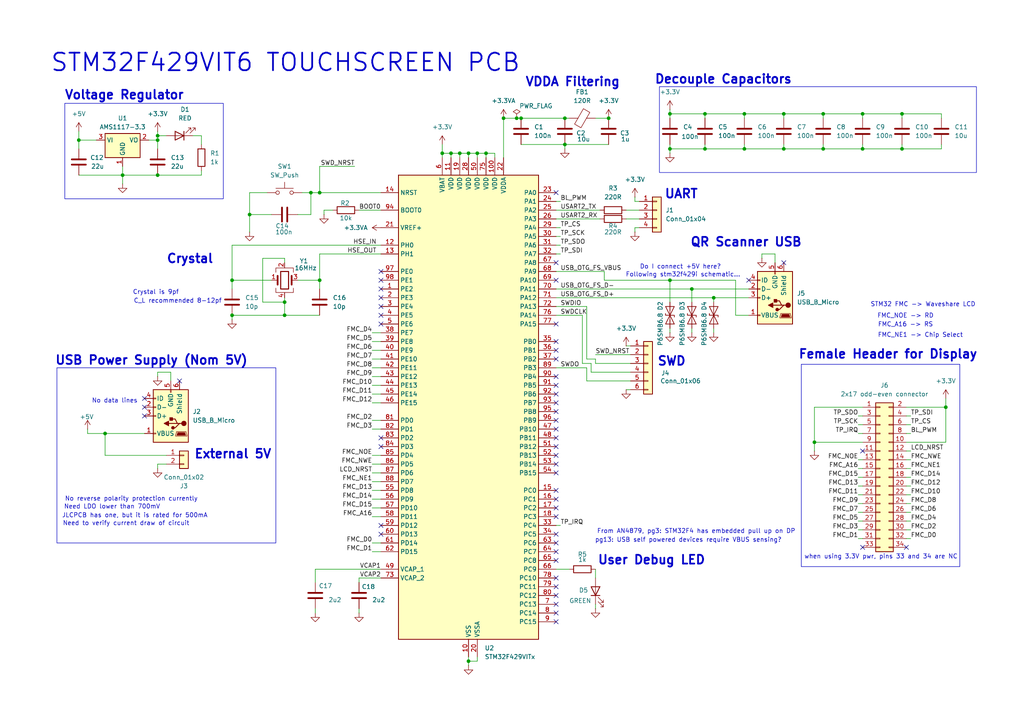
<source format=kicad_sch>
(kicad_sch (version 20250114) (generator "eeschema") (generator_version "9.0")
  (paper "A4")
  (rectangle (start 16.51 106.68) (end 80.01 157.48))
  (rectangle (start 232.41 105.664) (end 278.384 164.338))
  (rectangle (start 191.262 25.146) (end 283.21 50.038))
  (rectangle (start 18.796 29.972) (end 64.77 57.658))
  (text "USB Power Supply (Nom 5V)" (at 43.942 104.648 0) (effects (font (size 2.54 2.54) (thickness 0.508) (bold yes))))
  (text "QR Scanner USB" (at 216.408 70.358 0) (effects (font (size 2.54 2.54) (thickness 0.508) (bold yes))))
  (text "STM32F429VIT6 TOUCHSCREEN PCB" (at 82.804 18.288 0) (effects (font (size 5.08 5.08) (thickness 0.508) (bold yes))))
  (text "STM32 FMC -> Waveshare LCD" (at 267.716 88.392 0) (effects (font (size 1.27 1.27))))
  (text "Female Header for Display" (at 257.556 102.87 0) (effects (font (size 2.54 2.54) (thickness 0.508) (bold yes))))
  (text "No data lines" (at 33.274 116.332 0) (effects (font (size 1.27 1.27))))
  (text "UART\n" (at 197.612 56.388 0) (effects (font (size 2.54 2.54) (thickness 0.508) (bold yes))))
  (text "FMC_NOE -> RD" (at 262.636 91.694 0) (effects (font (size 1.27 1.27))))
  (text "Need LDO lower than 700mV" (at 32.512 147.066 0) (effects (font (size 1.27 1.27))))
  (text "Do I connect +5V here?" (at 197.358 77.47 0) (effects (font (size 1.27 1.27))))
  (text "pg13: USB self powered devices require VBUS sensing?" (at 199.644 156.718 0) (effects (font (size 1.27 1.27))))
  (text "User Debug LED\n" (at 188.976 162.56 0) (effects (font (size 2.54 2.54) (thickness 0.508) (bold yes))))
  (text "No reverse polarity protection currently" (at 38.1 144.78 0) (effects (font (size 1.27 1.27))))
  (text "when using 3.3V pwr, pins 33 and 34 are NC" (at 255.524 161.544 0) (effects (font (size 1.27 1.27))))
  (text "Crystal is 9pf" (at 45.212 84.836 0) (effects (font (size 1.27 1.27))))
  (text "External 5V" (at 67.564 131.826 0) (effects (font (size 2.54 2.54) (thickness 0.508) (bold yes))))
  (text "FMC_A16 -> RS" (at 262.636 94.234 0) (effects (font (size 1.27 1.27))))
  (text "SWD" (at 194.818 104.902 0) (effects (font (size 2.54 2.54) (thickness 0.508) (bold yes))))
  (text "Voltage Regulator" (at 36.068 27.686 0) (effects (font (size 2.54 2.54) (thickness 0.508) (bold yes))))
  (text "Need to verify current draw of circuit" (at 36.576 151.892 0) (effects (font (size 1.27 1.27))))
  (text "FMC_NE1 -> Chip Select" (at 266.954 97.282 0) (effects (font (size 1.27 1.27))))
  (text "Crystal" (at 55.118 75.184 0) (effects (font (size 2.54 2.54) (thickness 0.508) (bold yes))))
  (text "Following stm32f429i schematic..." (at 198.12 79.756 0) (effects (font (size 1.27 1.27))))
  (text "C_L recommended 8-12pf" (at 51.562 87.376 0) (effects (font (size 1.27 1.27))))
  (text "From AN4879, pg3: STM32F4 has embedded pull up on DP" (at 201.93 154.178 0) (effects (font (size 1.27 1.27))))
  (text "JLCPCB has one, but it is rated for 500mA" (at 39.116 149.606 0) (effects (font (size 1.27 1.27))))
  (text "VDDA Filtering" (at 166.116 23.876 0) (effects (font (size 2.54 2.54) (thickness 0.508) (bold yes))))
  (text "Decouple Capacitors\n" (at 209.804 23.114 0) (effects (font (size 2.54 2.54) (thickness 0.508) (bold yes))))
  (junction (at 82.55 91.44))
  (junction (at 92.71 81.28))
  (junction (at 149.86 34.29))
  (junction (at 200.66 83.82))
  (junction (at 250.19 33.02))
  (junction (at 45.72 50.8))
  (junction (at 163.83 34.29))
  (junction (at 67.31 91.44))
  (junction (at 135.89 191.77))
  (junction (at 138.43 44.45))
  (junction (at 140.97 44.45))
  (junction (at 215.9 33.02))
  (junction (at 135.89 44.45))
  (junction (at 261.62 33.02))
  (junction (at 92.71 55.88))
  (junction (at 82.55 87.63))
  (junction (at 194.31 81.28))
  (junction (at 45.72 40.64))
  (junction (at 90.17 55.88))
  (junction (at 215.9 43.18))
  (junction (at 238.76 33.02))
  (junction (at 238.76 43.18))
  (junction (at 261.62 43.18))
  (junction (at 163.83 41.91))
  (junction (at 194.31 43.18))
  (junction (at 274.32 118.11))
  (junction (at 72.39 62.23))
  (junction (at 204.47 43.18))
  (junction (at 194.31 33.02))
  (junction (at 236.22 128.27))
  (junction (at 130.81 44.45))
  (junction (at 128.27 44.45))
  (junction (at 204.47 33.02))
  (junction (at 22.86 40.64))
  (junction (at 30.48 125.73))
  (junction (at 151.13 34.29))
  (junction (at 133.35 44.45))
  (junction (at 146.05 34.29))
  (junction (at 207.01 86.36))
  (junction (at 45.72 39.37))
  (junction (at 35.56 50.8))
  (junction (at 227.33 43.18))
  (junction (at 250.19 43.18))
  (junction (at 176.53 34.29))
  (junction (at 227.33 33.02))
  (junction (at 67.31 81.28))
  (no_connect (at 110.49 86.36))
  (no_connect (at 161.29 157.48))
  (no_connect (at 110.49 81.28))
  (no_connect (at 227.33 76.2))
  (no_connect (at 110.49 152.4))
  (no_connect (at 161.29 109.22))
  (no_connect (at 161.29 177.8))
  (no_connect (at 161.29 129.54))
  (no_connect (at 250.19 158.75))
  (no_connect (at 161.29 147.32))
  (no_connect (at 161.29 104.14))
  (no_connect (at 161.29 175.26))
  (no_connect (at 161.29 149.86))
  (no_connect (at 161.29 137.16))
  (no_connect (at 161.29 111.76))
  (no_connect (at 161.29 101.6))
  (no_connect (at 250.19 130.81))
  (no_connect (at 262.89 158.75))
  (no_connect (at 161.29 170.18))
  (no_connect (at 110.49 93.98))
  (no_connect (at 161.29 81.28))
  (no_connect (at 161.29 162.56))
  (no_connect (at 110.49 154.94))
  (no_connect (at 161.29 167.64))
  (no_connect (at 110.49 91.44))
  (no_connect (at 161.29 134.62))
  (no_connect (at 52.07 110.49))
  (no_connect (at 161.29 144.78))
  (no_connect (at 161.29 119.38))
  (no_connect (at 161.29 99.06))
  (no_connect (at 110.49 88.9))
  (no_connect (at 161.29 121.92))
  (no_connect (at 161.29 127))
  (no_connect (at 161.29 132.08))
  (no_connect (at 161.29 114.3))
  (no_connect (at 110.49 83.82))
  (no_connect (at 110.49 129.54))
  (no_connect (at 161.29 160.02))
  (no_connect (at 161.29 55.88))
  (no_connect (at 110.49 78.74))
  (no_connect (at 110.49 127))
  (no_connect (at 41.91 118.11))
  (no_connect (at 161.29 154.94))
  (no_connect (at 161.29 142.24))
  (no_connect (at 161.29 180.34))
  (no_connect (at 161.29 124.46))
  (no_connect (at 217.17 81.28))
  (no_connect (at 161.29 172.72))
  (no_connect (at 161.29 76.2))
  (no_connect (at 41.91 115.57))
  (no_connect (at 41.91 120.65))
  (no_connect (at 161.29 116.84))
  (no_connect (at 161.29 93.98))
  (wire (pts (xy 82.55 76.2) (xy 82.55 74.93)))
  (wire (pts (xy 130.81 44.45) (xy 128.27 44.45)))
  (wire (pts (xy 262.89 140.97) (xy 264.16 140.97)))
  (wire (pts (xy 146.05 34.29) (xy 146.05 45.72)))
  (wire (pts (xy 135.89 190.5) (xy 135.89 191.77)))
  (wire (pts (xy 107.95 137.16) (xy 110.49 137.16)))
  (wire (pts (xy 248.92 138.43) (xy 250.19 138.43)))
  (wire (pts (xy 82.55 91.44) (xy 92.71 91.44)))
  (wire (pts (xy 163.83 41.91) (xy 163.83 43.18)))
  (wire (pts (xy 262.89 143.51) (xy 264.16 143.51)))
  (wire (pts (xy 227.33 43.18) (xy 215.9 43.18)))
  (wire (pts (xy 200.66 83.82) (xy 200.66 87.63)))
  (wire (pts (xy 92.71 81.28) (xy 92.71 83.82)))
  (wire (pts (xy 224.79 76.2) (xy 224.79 73.66)))
  (wire (pts (xy 207.01 86.36) (xy 207.01 87.63)))
  (wire (pts (xy 185.42 66.04) (xy 184.15 66.04)))
  (wire (pts (xy 107.95 139.7) (xy 110.49 139.7)))
  (wire (pts (xy 22.86 50.8) (xy 35.56 50.8)))
  (wire (pts (xy 163.83 34.29) (xy 165.1 34.29)))
  (wire (pts (xy 238.76 33.02) (xy 238.76 34.29)))
  (wire (pts (xy 161.29 91.44) (xy 168.91 91.44)))
  (wire (pts (xy 107.95 121.92) (xy 110.49 121.92)))
  (wire (pts (xy 140.97 44.45) (xy 138.43 44.45)))
  (wire (pts (xy 262.89 138.43) (xy 264.16 138.43)))
  (wire (pts (xy 58.42 41.91) (xy 58.42 39.37)))
  (wire (pts (xy 204.47 43.18) (xy 194.31 43.18)))
  (wire (pts (xy 227.33 33.02) (xy 227.33 34.29)))
  (wire (pts (xy 58.42 49.53) (xy 58.42 50.8)))
  (wire (pts (xy 138.43 44.45) (xy 135.89 44.45)))
  (wire (pts (xy 261.62 41.91) (xy 261.62 43.18)))
  (wire (pts (xy 30.48 132.08) (xy 30.48 125.73)))
  (wire (pts (xy 92.71 55.88) (xy 110.49 55.88)))
  (wire (pts (xy 181.61 113.03) (xy 182.88 113.03)))
  (wire (pts (xy 72.39 55.88) (xy 72.39 62.23)))
  (wire (pts (xy 45.72 39.37) (xy 45.72 40.64)))
  (wire (pts (xy 204.47 33.02) (xy 194.31 33.02)))
  (wire (pts (xy 250.19 43.18) (xy 238.76 43.18)))
  (wire (pts (xy 92.71 48.26) (xy 92.71 55.88)))
  (wire (pts (xy 248.92 135.89) (xy 250.19 135.89)))
  (wire (pts (xy 262.89 148.59) (xy 264.16 148.59)))
  (wire (pts (xy 151.13 34.29) (xy 163.83 34.29)))
  (wire (pts (xy 248.92 156.21) (xy 250.19 156.21)))
  (wire (pts (xy 107.95 142.24) (xy 110.49 142.24)))
  (wire (pts (xy 107.95 116.84) (xy 110.49 116.84)))
  (wire (pts (xy 236.22 118.11) (xy 250.19 118.11)))
  (wire (pts (xy 238.76 33.02) (xy 250.19 33.02)))
  (wire (pts (xy 182.88 105.41) (xy 172.72 105.41)))
  (wire (pts (xy 181.61 100.33) (xy 182.88 100.33)))
  (wire (pts (xy 194.31 43.18) (xy 194.31 44.45)))
  (wire (pts (xy 163.83 41.91) (xy 176.53 41.91)))
  (wire (pts (xy 45.72 107.95) (xy 49.53 107.95)))
  (wire (pts (xy 185.42 58.42) (xy 184.15 58.42)))
  (wire (pts (xy 175.26 81.28) (xy 194.31 81.28)))
  (wire (pts (xy 161.29 83.82) (xy 200.66 83.82)))
  (wire (pts (xy 104.14 60.96) (xy 110.49 60.96)))
  (wire (pts (xy 227.33 41.91) (xy 227.33 43.18)))
  (wire (pts (xy 138.43 190.5) (xy 138.43 191.77)))
  (wire (pts (xy 92.71 73.66) (xy 92.71 81.28)))
  (wire (pts (xy 91.44 165.1) (xy 91.44 168.91)))
  (wire (pts (xy 182.88 107.95) (xy 171.45 107.95)))
  (wire (pts (xy 135.89 44.45) (xy 135.89 45.72)))
  (wire (pts (xy 45.72 39.37) (xy 48.26 39.37)))
  (wire (pts (xy 171.45 107.95) (xy 171.45 105.41)))
  (wire (pts (xy 22.86 38.1) (xy 22.86 40.64)))
  (wire (pts (xy 194.31 95.25) (xy 194.31 96.52)))
  (wire (pts (xy 262.89 133.35) (xy 264.16 133.35)))
  (wire (pts (xy 184.15 66.04) (xy 184.15 67.31)))
  (wire (pts (xy 140.97 44.45) (xy 140.97 45.72)))
  (wire (pts (xy 194.31 31.75) (xy 194.31 33.02)))
  (wire (pts (xy 172.72 105.41) (xy 172.72 104.14)))
  (wire (pts (xy 45.72 50.8) (xy 58.42 50.8)))
  (wire (pts (xy 45.72 43.18) (xy 45.72 40.64)))
  (wire (pts (xy 204.47 33.02) (xy 215.9 33.02)))
  (wire (pts (xy 107.95 109.22) (xy 110.49 109.22)))
  (wire (pts (xy 248.92 133.35) (xy 250.19 133.35)))
  (wire (pts (xy 248.92 120.65) (xy 250.19 120.65)))
  (wire (pts (xy 161.29 86.36) (xy 207.01 86.36)))
  (wire (pts (xy 161.29 60.96) (xy 173.99 60.96)))
  (wire (pts (xy 204.47 34.29) (xy 204.47 33.02)))
  (wire (pts (xy 172.72 102.87) (xy 182.88 102.87)))
  (wire (pts (xy 72.39 62.23) (xy 78.74 62.23)))
  (wire (pts (xy 261.62 33.02) (xy 273.05 33.02)))
  (wire (pts (xy 107.95 144.78) (xy 110.49 144.78)))
  (wire (pts (xy 93.98 60.96) (xy 96.52 60.96)))
  (wire (pts (xy 107.95 101.6) (xy 110.49 101.6)))
  (wire (pts (xy 161.29 58.42) (xy 162.56 58.42)))
  (wire (pts (xy 262.89 135.89) (xy 264.16 135.89)))
  (wire (pts (xy 194.31 33.02) (xy 194.31 34.29)))
  (wire (pts (xy 161.29 73.66) (xy 162.56 73.66)))
  (wire (pts (xy 48.26 132.08) (xy 30.48 132.08)))
  (wire (pts (xy 27.94 40.64) (xy 22.86 40.64)))
  (wire (pts (xy 248.92 153.67) (xy 250.19 153.67)))
  (wire (pts (xy 107.95 147.32) (xy 110.49 147.32)))
  (wire (pts (xy 181.61 60.96) (xy 185.42 60.96)))
  (wire (pts (xy 248.92 125.73) (xy 250.19 125.73)))
  (wire (pts (xy 133.35 44.45) (xy 133.35 45.72)))
  (wire (pts (xy 107.95 111.76) (xy 110.49 111.76)))
  (wire (pts (xy 25.4 125.73) (xy 30.48 125.73)))
  (wire (pts (xy 207.01 86.36) (xy 217.17 86.36)))
  (wire (pts (xy 220.98 73.66) (xy 220.98 74.93)))
  (wire (pts (xy 200.66 83.82) (xy 217.17 83.82)))
  (wire (pts (xy 161.29 106.68) (xy 170.18 106.68)))
  (wire (pts (xy 161.29 66.04) (xy 162.56 66.04)))
  (wire (pts (xy 104.14 176.53) (xy 104.14 177.8)))
  (wire (pts (xy 248.92 143.51) (xy 250.19 143.51)))
  (wire (pts (xy 133.35 44.45) (xy 130.81 44.45)))
  (wire (pts (xy 170.18 110.49) (xy 170.18 106.68)))
  (wire (pts (xy 91.44 176.53) (xy 91.44 177.8)))
  (wire (pts (xy 107.95 157.48) (xy 110.49 157.48)))
  (wire (pts (xy 204.47 41.91) (xy 204.47 43.18)))
  (wire (pts (xy 58.42 39.37) (xy 55.88 39.37)))
  (wire (pts (xy 207.01 95.25) (xy 207.01 96.52)))
  (wire (pts (xy 238.76 41.91) (xy 238.76 43.18)))
  (wire (pts (xy 72.39 55.88) (xy 77.47 55.88)))
  (wire (pts (xy 35.56 50.8) (xy 45.72 50.8)))
  (wire (pts (xy 215.9 33.02) (xy 215.9 34.29)))
  (wire (pts (xy 82.55 87.63) (xy 82.55 91.44)))
  (wire (pts (xy 35.56 48.26) (xy 35.56 50.8)))
  (wire (pts (xy 67.31 91.44) (xy 67.31 92.71)))
  (wire (pts (xy 194.31 41.91) (xy 194.31 43.18)))
  (wire (pts (xy 107.95 134.62) (xy 110.49 134.62)))
  (wire (pts (xy 45.72 107.95) (xy 45.72 109.22)))
  (wire (pts (xy 110.49 165.1) (xy 91.44 165.1)))
  (wire (pts (xy 72.39 62.23) (xy 72.39 67.31)))
  (wire (pts (xy 261.62 33.02) (xy 261.62 34.29)))
  (wire (pts (xy 78.74 81.28) (xy 67.31 81.28)))
  (wire (pts (xy 194.31 81.28) (xy 213.36 81.28)))
  (wire (pts (xy 161.29 165.1) (xy 165.1 165.1)))
  (wire (pts (xy 236.22 128.27) (xy 250.19 128.27)))
  (wire (pts (xy 104.14 167.64) (xy 104.14 168.91)))
  (wire (pts (xy 262.89 130.81) (xy 264.16 130.81)))
  (wire (pts (xy 274.32 118.11) (xy 274.32 128.27)))
  (wire (pts (xy 143.51 45.72) (xy 143.51 44.45)))
  (wire (pts (xy 86.36 81.28) (xy 92.71 81.28)))
  (wire (pts (xy 67.31 91.44) (xy 82.55 91.44)))
  (wire (pts (xy 172.72 175.26) (xy 172.72 176.53)))
  (wire (pts (xy 262.89 120.65) (xy 264.16 120.65)))
  (wire (pts (xy 175.26 81.28) (xy 175.26 78.74)))
  (wire (pts (xy 224.79 73.66) (xy 220.98 73.66)))
  (wire (pts (xy 86.36 62.23) (xy 90.17 62.23)))
  (wire (pts (xy 128.27 44.45) (xy 128.27 45.72)))
  (wire (pts (xy 215.9 43.18) (xy 204.47 43.18)))
  (wire (pts (xy 161.29 152.4) (xy 162.56 152.4)))
  (wire (pts (xy 35.56 50.8) (xy 35.56 53.34)))
  (wire (pts (xy 182.88 110.49) (xy 170.18 110.49)))
  (wire (pts (xy 45.72 38.1) (xy 45.72 39.37)))
  (wire (pts (xy 262.89 153.67) (xy 264.16 153.67)))
  (wire (pts (xy 170.18 104.14) (xy 170.18 88.9)))
  (wire (pts (xy 262.89 123.19) (xy 264.16 123.19)))
  (wire (pts (xy 168.91 91.44) (xy 168.91 105.41)))
  (wire (pts (xy 67.31 71.12) (xy 67.31 81.28)))
  (wire (pts (xy 107.95 160.02) (xy 110.49 160.02)))
  (wire (pts (xy 273.05 34.29) (xy 273.05 33.02)))
  (wire (pts (xy 213.36 91.44) (xy 217.17 91.44)))
  (wire (pts (xy 82.55 87.63) (xy 82.55 86.36)))
  (wire (pts (xy 107.95 132.08) (xy 110.49 132.08)))
  (wire (pts (xy 227.33 33.02) (xy 238.76 33.02)))
  (wire (pts (xy 107.95 99.06) (xy 110.49 99.06)))
  (wire (pts (xy 248.92 148.59) (xy 250.19 148.59)))
  (wire (pts (xy 262.89 146.05) (xy 264.16 146.05)))
  (wire (pts (xy 248.92 140.97) (xy 250.19 140.97)))
  (wire (pts (xy 76.2 87.63) (xy 82.55 87.63)))
  (wire (pts (xy 135.89 44.45) (xy 133.35 44.45)))
  (wire (pts (xy 128.27 44.45) (xy 128.27 41.91)))
  (wire (pts (xy 262.89 156.21) (xy 264.16 156.21)))
  (wire (pts (xy 172.72 165.1) (xy 172.72 167.64)))
  (wire (pts (xy 92.71 48.26) (xy 102.87 48.26)))
  (wire (pts (xy 248.92 146.05) (xy 250.19 146.05)))
  (wire (pts (xy 262.89 118.11) (xy 274.32 118.11)))
  (wire (pts (xy 87.63 55.88) (xy 90.17 55.88)))
  (wire (pts (xy 161.29 71.12) (xy 162.56 71.12)))
  (wire (pts (xy 107.95 114.3) (xy 110.49 114.3)))
  (wire (pts (xy 146.05 34.29) (xy 149.86 34.29)))
  (wire (pts (xy 248.92 151.13) (xy 250.19 151.13)))
  (wire (pts (xy 273.05 41.91) (xy 273.05 43.18)))
  (wire (pts (xy 261.62 43.18) (xy 250.19 43.18)))
  (wire (pts (xy 161.29 88.9) (xy 170.18 88.9)))
  (wire (pts (xy 194.31 81.28) (xy 194.31 87.63)))
  (wire (pts (xy 250.19 41.91) (xy 250.19 43.18)))
  (wire (pts (xy 172.72 104.14) (xy 170.18 104.14)))
  (wire (pts (xy 274.32 118.11) (xy 274.32 115.57)))
  (wire (pts (xy 172.72 34.29) (xy 176.53 34.29)))
  (wire (pts (xy 262.89 125.73) (xy 264.16 125.73)))
  (wire (pts (xy 22.86 40.64) (xy 22.86 43.18)))
  (wire (pts (xy 45.72 134.62) (xy 45.72 135.89)))
  (wire (pts (xy 130.81 44.45) (xy 130.81 45.72)))
  (wire (pts (xy 200.66 95.25) (xy 200.66 96.52)))
  (wire (pts (xy 138.43 44.45) (xy 138.43 45.72)))
  (wire (pts (xy 67.31 71.12) (xy 110.49 71.12)))
  (wire (pts (xy 161.29 68.58) (xy 162.56 68.58)))
  (wire (pts (xy 107.95 124.46) (xy 110.49 124.46)))
  (wire (pts (xy 107.95 106.68) (xy 110.49 106.68)))
  (wire (pts (xy 215.9 41.91) (xy 215.9 43.18)))
  (wire (pts (xy 248.92 123.19) (xy 250.19 123.19)))
  (wire (pts (xy 110.49 167.64) (xy 104.14 167.64)))
  (wire (pts (xy 213.36 81.28) (xy 213.36 91.44)))
  (wire (pts (xy 215.9 33.02) (xy 227.33 33.02)))
  (wire (pts (xy 161.29 63.5) (xy 173.99 63.5)))
  (wire (pts (xy 250.19 33.02) (xy 261.62 33.02)))
  (wire (pts (xy 171.45 105.41) (xy 168.91 105.41)))
  (wire (pts (xy 149.86 34.29) (xy 151.13 34.29)))
  (wire (pts (xy 25.4 124.46) (xy 25.4 125.73)))
  (wire (pts (xy 48.26 134.62) (xy 45.72 134.62)))
  (wire (pts (xy 151.13 41.91) (xy 163.83 41.91)))
  (wire (pts (xy 93.98 60.96) (xy 93.98 62.23)))
  (wire (pts (xy 250.19 33.02) (xy 250.19 34.29)))
  (wire (pts (xy 30.48 125.73) (xy 41.91 125.73)))
  (wire (pts (xy 107.95 149.86) (xy 110.49 149.86)))
  (wire (pts (xy 181.61 63.5) (xy 185.42 63.5)))
  (wire (pts (xy 262.89 128.27) (xy 274.32 128.27)))
  (wire (pts (xy 184.15 58.42) (xy 184.15 57.15)))
  (wire (pts (xy 135.89 191.77) (xy 135.89 193.04)))
  (wire (pts (xy 67.31 81.28) (xy 67.31 83.82)))
  (wire (pts (xy 262.89 151.13) (xy 264.16 151.13)))
  (wire (pts (xy 238.76 43.18) (xy 227.33 43.18)))
  (wire (pts (xy 138.43 191.77) (xy 135.89 191.77)))
  (wire (pts (xy 82.55 74.93) (xy 76.2 74.93)))
  (wire (pts (xy 107.95 104.14) (xy 110.49 104.14)))
  (wire (pts (xy 175.26 78.74) (xy 161.29 78.74)))
  (wire (pts (xy 236.22 118.11) (xy 236.22 128.27)))
  (wire (pts (xy 90.17 55.88) (xy 90.17 62.23)))
  (wire (pts (xy 107.95 96.52) (xy 110.49 96.52)))
  (wire (pts (xy 49.53 107.95) (xy 49.53 110.49)))
  (wire (pts (xy 273.05 43.18) (xy 261.62 43.18)))
  (wire (pts (xy 45.72 40.64) (xy 43.18 40.64)))
  (wire (pts (xy 92.71 73.66) (xy 110.49 73.66)))
  (wire (pts (xy 76.2 74.93) (xy 76.2 87.63)))
  (wire (pts (xy 90.17 55.88) (xy 92.71 55.88)))
  (wire (pts (xy 143.51 44.45) (xy 140.97 44.45)))
  (wire (pts (xy 236.22 128.27) (xy 236.22 130.81)))
  (label "TP_SCK" (at 162.56 68.58 0))
  (label "FMC_NWE" (at 264.16 133.35 0))
  (label "FMC_D5" (at 107.95 99.06 180))
  (label "LCD_NRST" (at 264.16 130.81 0))
  (label "FMC_D1" (at 248.92 156.21 180))
  (label "FMC_D15" (at 107.95 147.32 180))
  (label "FMC_D6" (at 264.16 148.59 0))
  (label "TP_CS" (at 264.16 123.19 0))
  (label "TP_SDI" (at 162.56 73.66 0))
  (label "USB_OTG_FS_D+" (at 162.56 86.36 0))
  (label "FMC_D3" (at 248.92 153.67 180))
  (label "USB_OTG_FS_D-" (at 162.56 83.82 0))
  (label "TP_SDO" (at 248.92 120.65 180))
  (label "LCD_NRST" (at 107.95 137.16 180))
  (label "FMC_A16" (at 248.92 135.89 180))
  (label "SWDIO" (at 162.56 88.9 0))
  (label "FMC_D11" (at 248.92 143.51 180))
  (label "FMC_D12" (at 264.16 140.97 0))
  (label "FMC_NOE" (at 107.95 132.08 180))
  (label "VCAP2" (at 110.49 167.64 180))
  (label "FMC_D14" (at 107.95 144.78 180))
  (label "BL_PWM" (at 264.16 125.73 0))
  (label "FMC_D11" (at 107.95 114.3 180))
  (label "TP_CS" (at 162.56 66.04 0))
  (label "SWD_NRST" (at 102.87 48.26 180))
  (label "FMC_D13" (at 248.92 140.97 180))
  (label "FMC_D9" (at 248.92 146.05 180))
  (label "FMC_D2" (at 107.95 121.92 180))
  (label "TP_SDO" (at 162.56 71.12 0))
  (label "FMC_D7" (at 107.95 104.14 180))
  (label "FMC_A16" (at 107.95 149.86 180))
  (label "HSE_OUT" (at 109.22 73.66 180))
  (label "FMC_D0" (at 107.95 157.48 180))
  (label "TP_IRQ" (at 248.92 125.73 180))
  (label "FMC_D4" (at 107.95 96.52 180))
  (label "USB_OTG_FS_VBUS" (at 162.56 78.74 0))
  (label "TP_SDI" (at 264.16 120.65 0))
  (label "FMC_D0" (at 264.16 156.21 0))
  (label "FMC_NWE" (at 107.95 134.62 180))
  (label "FMC_D9" (at 107.95 109.22 180))
  (label "FMC_NE1" (at 264.16 135.89 0))
  (label "HSE_IN" (at 109.22 71.12 180))
  (label "FMC_D13" (at 107.95 142.24 180))
  (label "FMC_D4" (at 264.16 151.13 0))
  (label "FMC_D2" (at 264.16 153.67 0))
  (label "FMC_D8" (at 264.16 146.05 0))
  (label "FMC_NE1" (at 107.95 139.7 180))
  (label "FMC_D10" (at 264.16 143.51 0))
  (label "TP_SCK" (at 248.92 123.19 180))
  (label "SWD_NRST" (at 172.72 102.87 0))
  (label "FMC_NOE" (at 248.92 133.35 180))
  (label "FMC_D6" (at 107.95 101.6 180))
  (label "FMC_D7" (at 248.92 148.59 180))
  (label "FMC_D10" (at 107.95 111.76 180))
  (label "FMC_D8" (at 107.95 106.68 180))
  (label "FMC_D5" (at 248.92 151.13 180))
  (label "FMC_D12" (at 107.95 116.84 180))
  (label "FMC_D15" (at 248.92 138.43 180))
  (label "FMC_D14" (at 264.16 138.43 0))
  (label "FMC_D3" (at 107.95 124.46 180))
  (label "FMC_D1" (at 107.95 160.02 180))
  (label "TP_IRQ" (at 162.56 152.4 0))
  (label "USART2_TX" (at 162.56 60.96 0))
  (label "VCAP1" (at 110.49 165.1 180))
  (label "USART2_RX" (at 162.56 63.5 0))
  (label "BL_PWM" (at 162.56 58.42 0))
  (label "SWDO" (at 162.56 106.68 0))
  (label "BOOT0" (at 104.14 60.96 0))
  (label "SWDCLK" (at 162.56 91.44 0))
  (symbol (lib_id "power:GND") (at 35.56 53.34 0) (unit 1)
    (property "Reference" "#PWR09" (effects (hide yes)))
    (property "Value" "GND" (effects (hide yes)))
    (property "Description" "Power symbol creates a global label with name \"GND\" , ground" (effects (hide yes)))
  )
  (symbol (lib_id "Device:C") (at 22.86 46.99 0) (unit 1)
    (property "Reference" "C12" (at 26.162 45.72 0) (effects (justify left)))
    (property "Value" "22u" (at 26.416 48.26 0) (effects (justify left)))
    (property "Footprint" "Capacitor_SMD:C_0603_1608Metric" (effects (hide yes)))
    (property "Description" "Unpolarized capacitor" (effects (hide yes)))
  )
  (symbol (lib_id "Device:C") (at 91.44 172.72 0) (unit 1)
    (property "Reference" "C17" (at 92.456 169.926 0) (effects (justify left)))
    (property "Value" "2u2" (at 95.25 173.9899 0) (effects (justify left)))
    (property "Footprint" "Capacitor_SMD:C_0603_1608Metric" (effects (hide yes)))
    (property "Description" "Unpolarized capacitor" (effects (hide yes)))
  )
  (symbol (lib_id "Device:R") (at 177.8 63.5 90) (unit 1)
    (property "Reference" "R4" (at 177.8 65.532 90))
    (property "Value" "220R" (at 177.8 67.31 90))
    (property "Footprint" "Resistor_SMD:R_0805_2012Metric" (effects (hide yes)))
    (property "Description" "Resistor" (effects (hide yes)))
  )
  (symbol (lib_id "Device:C") (at 215.9 38.1 0) (unit 1)
    (property "Reference" "C6" (at 219.71 36.8299 0) (effects (justify left)))
    (property "Value" "100n" (at 219.71 39.3699 0) (effects (justify left)))
    (property "Footprint" "Capacitor_SMD:C_0402_1005Metric" (effects (hide yes)))
    (property "Description" "Unpolarized capacitor" (effects (hide yes)))
  )
  (symbol (lib_id "Connector_Generic:Conn_01x02") (at 53.34 132.08 0) (unit 1)
    (property "Reference" "J3" (at 53.34 140.97 0))
    (property "Value" "Conn_01x02" (at 53.34 138.43 0))
    (property "Footprint" "Connector_PinHeader_2.54mm:PinHeader_1x02_P2.54mm_Vertical" (effects (hide yes)))
    (property "Description" "Generic connector, single row, 01x02, script generated (kicad-library-utils/schlib/autogen/connector/)" (effects (hide yes)))
  )
  (symbol (lib_id "Device:C") (at 45.72 46.99 0) (unit 1)
    (property "Reference" "C13" (at 49.53 45.7199 0) (effects (justify left)))
    (property "Value" "22u" (at 49.53 48.2599 0) (effects (justify left)))
    (property "Footprint" "Capacitor_SMD:C_0603_1608Metric" (effects (hide yes)))
    (property "Description" "Unpolarized capacitor" (effects (hide yes)))
  )
  (symbol (lib_id "power:GND") (at 194.31 44.45 0) (unit 1)
    (property "Reference" "#PWR08" (effects (hide yes)))
    (property "Value" "GND" (effects (hide yes)))
    (property "Description" "Power symbol creates a global label with name \"GND\" , ground" (effects (hide yes)))
  )
  (symbol (lib_id "Device:C") (at 261.62 38.1 0) (unit 1)
    (property "Reference" "C10" (at 265.43 36.8299 0) (effects (justify left)))
    (property "Value" "100n" (at 265.43 39.3699 0) (effects (justify left)))
    (property "Footprint" "Capacitor_SMD:C_0402_1005Metric" (effects (hide yes)))
    (property "Description" "Unpolarized capacitor" (effects (hide yes)))
  )
  (symbol (lib_id "power:GND") (at 135.89 193.04 0) (unit 1)
    (property "Reference" "#PWR031" (effects (hide yes)))
    (property "Value" "GND" (effects (hide yes)))
    (property "Description" "Power symbol creates a global label with name \"GND\" , ground" (effects (hide yes)))
  )
  (symbol (lib_id "Device:LED") (at 172.72 171.45 90) (unit 1)
    (property "Reference" "D5" (at 167.894 171.196 90) (effects (justify right)))
    (property "Value" "GREEN" (at 165.1 174.244 90) (effects (justify right)))
    (property "Footprint" "LED_SMD:LED_0603_1608Metric" (effects (hide yes)))
    (property "Description" "Light emitting diode" (effects (hide yes)))
    (property "Sim.Pins" "1=K 2=A" (effects (hide yes)))
  )
  (symbol (lib_id "power:GND") (at 194.31 96.52 0) (unit 1)
    (property "Reference" "#PWR025" (effects (hide yes)))
    (property "Value" "GND" (effects (hide yes)))
    (property "Description" "Power symbol creates a global label with name \"GND\" , ground" (effects (hide yes)))
  )
  (symbol (lib_id "power:GND") (at 93.98 62.23 0) (unit 1)
    (property "Reference" "#PWR011" (effects (hide yes)))
    (property "Value" "GND" (effects (hide yes)))
    (property "Description" "Power symbol creates a global label with name \"GND\" , ground" (effects (hide yes)))
  )
  (symbol (lib_id "Device:C") (at 204.47 38.1 0) (unit 1)
    (property "Reference" "C5" (at 208.28 36.8299 0) (effects (justify left)))
    (property "Value" "100n" (at 208.28 39.3699 0) (effects (justify left)))
    (property "Footprint" "Capacitor_SMD:C_0402_1005Metric" (effects (hide yes)))
    (property "Description" "Unpolarized capacitor" (effects (hide yes)))
  )
  (symbol (lib_id "Device:R") (at 100.33 60.96 90) (unit 1)
    (property "Reference" "R2" (at 100.076 58.928 90))
    (property "Value" "10k" (at 100.33 63.246 90))
    (property "Footprint" "Resistor_SMD:R_0805_2012Metric" (effects (hide yes)))
    (property "Description" "Resistor" (effects (hide yes)))
  )
  (symbol (lib_id "power:GND") (at 181.61 113.03 0) (unit 1)
    (property "Reference" "#PWR021" (effects (hide yes)))
    (property "Value" "GND" (effects (hide yes)))
    (property "Description" "Power symbol creates a global label with name \"GND\" , ground" (effects (hide yes)))
  )
  (symbol (lib_id "Diode:ESD131-B1-W0201") (at 194.31 91.44 90) (unit 1)
    (property "Reference" "D2" (at 191.516 87.376 0) (effects (justify right)))
    (property "Value" "P6SMB6.8" (at 191.516 90.678 0) (effects (justify right)))
    (property "Footprint" "Package_TO_SOT_SMD:SOT-23" (effects (hide yes)))
    (property "Datasheet" "https://www.infineon.com/dgdl/Infineon-ESD131-B1-W0201-DataSheet-v02_00-EN.pdf?fileId=5546d4625cc9456a015ce94850964889" (effects (hide yes)))
    (property "Description" "Bidirectional ESD protection diode, ±5.5Vrwm, 0.23pF, SG-WLL-2-3" (effects (hide yes)))
  )
  (symbol (lib_id "Device:R") (at 58.42 45.72 0) (unit 1)
    (property "Reference" "R1" (at 60.96 44.4499 0) (effects (justify left)))
    (property "Value" "1k" (at 60.96 46.9899 0) (effects (justify left)))
    (property "Footprint" "Resistor_SMD:R_0805_2012Metric" (effects (hide yes)))
    (property "Description" "Resistor" (effects (hide yes)))
  )
  (symbol (lib_id "power:GND") (at 104.14 177.8 0) (unit 1)
    (property "Reference" "#PWR030" (effects (hide yes)))
    (property "Value" "GND" (effects (hide yes)))
    (property "Description" "Power symbol creates a global label with name \"GND\" , ground" (effects (hide yes)))
  )
  (symbol (lib_id "Connector:USB_B_Micro") (at 49.53 120.65 180) (unit 1)
    (property "Reference" "J2" (at 55.88 119.3799 0) (effects (justify right)))
    (property "Value" "USB_B_Micro" (at 55.88 121.9199 0) (effects (justify right)))
    (property "Footprint" "Connector_USB:USB_Micro-B_Molex-105017-0001" (effects (hide yes)))
    (property "Description" "USB Micro Type B connector" (effects (hide yes)))
  )
  (symbol (lib_id "power:+3.3V") (at 176.53 34.29 0) (unit 1)
    (property "Reference" "#PWR03" (effects (hide yes)))
    (property "Value" "+3.3V" (at 176.53 29.21 0))
    (property "Description" "Power symbol creates a global label with name \"+3.3V\"" (effects (hide yes)))
  )
  (symbol (lib_id "power:GND") (at 91.44 177.8 0) (unit 1)
    (property "Reference" "#PWR029" (effects (hide yes)))
    (property "Value" "GND" (effects (hide yes)))
    (property "Description" "Power symbol creates a global label with name \"GND\" , ground" (effects (hide yes)))
  )
  (symbol (lib_id "power:+3.3V") (at 128.27 41.91 0) (unit 1)
    (property "Reference" "#PWR06" (effects (hide yes)))
    (property "Value" "+3.3V" (at 128.27 36.83 0))
    (property "Description" "Power symbol creates a global label with name \"+3.3V\"" (effects (hide yes)))
  )
  (symbol (lib_id "Device:LED") (at 52.07 39.37 180) (unit 1)
    (property "Reference" "D1" (at 53.6575 31.75 0))
    (property "Value" "RED" (at 53.6575 34.29 0))
    (property "Footprint" "LED_SMD:LED_0603_1608Metric" (effects (hide yes)))
    (property "Description" "Light emitting diode" (effects (hide yes)))
    (property "Sim.Pins" "1=K 2=A" (effects (hide yes)))
  )
  (symbol (lib_id "power:GND") (at 220.98 74.93 0) (unit 1)
    (property "Reference" "#PWR023" (effects (hide yes)))
    (property "Value" "GND" (effects (hide yes)))
    (property "Description" "Power symbol creates a global label with name \"GND\" , ground" (effects (hide yes)))
  )
  (symbol (lib_id "power:+3.3V") (at 184.15 57.15 0) (unit 1)
    (property "Reference" "#PWR010" (effects (hide yes)))
    (property "Value" "+3.3V" (at 184.15 52.07 0))
    (property "Description" "Power symbol creates a global label with name \"+3.3V\"" (effects (hide yes)))
  )
  (symbol (lib_id "power:+5V") (at 25.4 124.46 0) (unit 1)
    (property "Reference" "#PWR017" (effects (hide yes)))
    (property "Value" "+5V" (at 25.146 120.904 0))
    (property "Description" "Power symbol creates a global label with name \"+5V\"" (effects (hide yes)))
  )
  (symbol (lib_id "Device:C") (at 250.19 38.1 0) (unit 1)
    (property "Reference" "C9" (at 254 36.8299 0) (effects (justify left)))
    (property "Value" "100n" (at 254 39.3699 0) (effects (justify left)))
    (property "Footprint" "Capacitor_SMD:C_0402_1005Metric" (effects (hide yes)))
    (property "Description" "Unpolarized capacitor" (effects (hide yes)))
  )
  (symbol (lib_id "power:GND") (at 163.83 43.18 0) (unit 1)
    (property "Reference" "#PWR07" (effects (hide yes)))
    (property "Value" "GND" (effects (hide yes)))
    (property "Description" "Power symbol creates a global label with name \"GND\" , ground" (effects (hide yes)))
  )
  (symbol (lib_id "Device:C") (at 176.53 38.1 0) (unit 1)
    (property "Reference" "C3" (at 179.832 38.608 0) (effects (justify left)))
    (property "Value" "1u" (at 180.086 40.386 0) (effects (justify left)))
    (property "Footprint" "Capacitor_SMD:C_0603_1608Metric" (effects (hide yes)))
    (property "Description" "Unpolarized capacitor" (effects (hide yes)))
  )
  (symbol (lib_id "power:GND") (at 184.15 67.31 0) (unit 1)
    (property "Reference" "#PWR014" (effects (hide yes)))
    (property "Value" "GND" (effects (hide yes)))
    (property "Description" "Power symbol creates a global label with name \"GND\" , ground" (effects (hide yes)))
  )
  (symbol (lib_id "Connector_Generic:Conn_01x04") (at 190.5 60.96 0) (unit 1)
    (property "Reference" "J1" (at 193.04 60.9599 0) (effects (justify left)))
    (property "Value" "Conn_01x04" (at 193.04 63.4999 0) (effects (justify left)))
    (property "Footprint" "Connector_PinHeader_2.54mm:PinHeader_1x04_P2.54mm_Vertical" (effects (hide yes)))
    (property "Description" "Generic connector, single row, 01x04, script generated (kicad-library-utils/schlib/autogen/connector/)" (effects (hide yes)))
  )
  (symbol (lib_id "power:GND") (at 72.39 67.31 0) (unit 1)
    (property "Reference" "#PWR013" (effects (hide yes)))
    (property "Value" "GND" (effects (hide yes)))
    (property "Description" "Power symbol creates a global label with name \"GND\" , ground" (effects (hide yes)))
  )
  (symbol (lib_id "Device:R") (at 168.91 165.1 90) (unit 1)
    (property "Reference" "R5" (at 168.91 160.782 90))
    (property "Value" "1k" (at 168.91 162.306 90))
    (property "Footprint" "Resistor_SMD:R_0805_2012Metric" (effects (hide yes)))
    (property "Description" "Resistor" (effects (hide yes)))
  )
  (symbol (lib_id "Regulator_Linear:AMS1117-3.3") (at 35.56 40.64 0) (unit 1)
    (property "Reference" "U1" (at 35.56 34.29 0))
    (property "Value" "AMS1117-3.3" (at 35.56 36.83 0))
    (property "Footprint" "Package_TO_SOT_SMD:SOT-223-3_TabPin2" (effects (hide yes)))
    (property "Datasheet" "http://www.advanced-monolithic.com/pdf/ds1117.pdf" (effects (hide yes)))
    (property "Description" "1A Low Dropout regulator, positive, 3.3V fixed output, SOT-223" (effects (hide yes)))
  )
  (symbol (lib_id "Connector_Generic:Conn_01x06") (at 187.96 105.41 0) (unit 1)
    (property "Reference" "J4" (at 191.77 108.204 0) (effects (justify left)))
    (property "Value" "Conn_01x06" (at 191.516 110.49 0) (effects (justify left)))
    (property "Footprint" "Connector_PinHeader_2.54mm:PinHeader_1x06_P2.54mm_Vertical" (effects (hide yes)))
    (property "Description" "Generic connector, single row, 01x06, script generated (kicad-library-utils/schlib/autogen/connector/)" (effects (hide yes)))
  )
  (symbol (lib_id "Connector:USB_B_Micro") (at 224.79 86.36 180) (unit 1)
    (property "Reference" "J5" (at 231.14 85.0899 0) (effects (justify right)))
    (property "Value" "USB_B_Micro" (at 231.14 87.6299 0) (effects (justify right)))
    (property "Footprint" "Connector_USB:USB_Micro-B_Molex-105017-0001" (effects (hide yes)))
    (property "Description" "USB Micro Type B connector" (effects (hide yes)))
  )
  (symbol (lib_id "Device:C") (at 163.83 38.1 0) (unit 1)
    (property "Reference" "C2" (at 167.132 38.608 0) (effects (justify left)))
    (property "Value" "10u" (at 167.386 40.386 0) (effects (justify left)))
    (property "Footprint" "Capacitor_SMD:C_0603_1608Metric" (effects (hide yes)))
    (property "Description" "Unpolarized capacitor" (effects (hide yes)))
  )
  (symbol (lib_id "power:+3.3V") (at 181.61 100.33 0) (unit 1)
    (property "Reference" "#PWR019" (effects (hide yes)))
    (property "Value" "+3.3V" (at 181.61 95.25 0))
    (property "Description" "Power symbol creates a global label with name \"+3.3V\"" (effects (hide yes)))
  )
  (symbol (lib_id "power:GND") (at 236.22 130.81 0) (unit 1)
    (property "Reference" "#PWR024" (effects (hide yes)))
    (property "Value" "GND" (effects (hide yes)))
    (property "Description" "Power symbol creates a global label with name \"GND\" , ground" (effects (hide yes)))
  )
  (symbol (lib_id "power:PWR_FLAG") (at 149.86 34.29 0) (unit 1)
    (property "Reference" "#FLG01" (effects (hide yes)))
    (property "Value" "PWR_FLAG" (at 155.448 30.734 0))
    (property "Description" "Special symbol for telling ERC where power comes from" (effects (hide yes)))
  )
  (symbol (lib_id "Connector_Generic:Conn_02x17_Odd_Even") (at 255.27 138.43 0) (unit 1)
    (property "Reference" "J6" (at 256.54 111.76 0))
    (property "Value" "2x17 odd-even connector" (at 256.54 114.3 0))
    (property "Footprint" "Connector_PinSocket_2.54mm:PinSocket_2x17_P2.54mm_Vertical" (effects (hide yes)))
    (property "Description" "Generic connector, double row, 02x17, odd/even pin numbering scheme (row 1 odd numbers, row 2 even numbers), script generated (kicad-library-utils/schlib/autogen/connector/)" (effects (hide yes)))
  )
  (symbol (lib_id "power:GND") (at 67.31 92.71 0) (unit 1)
    (property "Reference" "#PWR018" (effects (hide yes)))
    (property "Value" "GND" (effects (hide yes)))
    (property "Description" "Power symbol creates a global label with name \"GND\" , ground" (effects (hide yes)))
  )
  (symbol (lib_id "Device:C") (at 194.31 38.1 0) (unit 1)
    (property "Reference" "C4" (at 198.12 36.8299 0) (effects (justify left)))
    (property "Value" "100n" (at 197.612 39.624 0) (effects (justify left)))
    (property "Footprint" "Capacitor_SMD:C_0402_1005Metric" (effects (hide yes)))
    (property "Description" "Unpolarized capacitor" (effects (hide yes)))
  )
  (symbol (lib_id "Device:FerriteBead") (at 168.91 34.29 90) (unit 1)
    (property "Reference" "FB1" (at 168.8592 26.67 90))
    (property "Value" "120R" (at 168.8592 29.21 90))
    (property "Footprint" "Inductor_SMD:L_0805_2012Metric_Pad1.05x1.20mm_HandSolder" (effects (hide yes)))
    (property "Description" "Ferrite bead" (effects (hide yes)))
  )
  (symbol (lib_id "power:VBUS") (at 22.86 38.1 0) (unit 1)
    (property "Reference" "#PWR04" (effects (hide yes)))
    (property "Value" "+5V" (at 22.86 33.02 0))
    (property "Description" "Power symbol creates a global label with name \"VBUS\"" (effects (hide yes)))
  )
  (symbol (lib_id "power:+3.3V") (at 194.31 31.75 0) (unit 1)
    (property "Reference" "#PWR01" (effects (hide yes)))
    (property "Value" "+3.3V" (at 194.31 26.67 0))
    (property "Description" "Power symbol creates a global label with name \"+3.3V\"" (effects (hide yes)))
  )
  (symbol (lib_id "Device:C") (at 104.14 172.72 0) (unit 1)
    (property "Reference" "C18" (at 104.902 170.18 0) (effects (justify left)))
    (property "Value" "2u2" (at 107.95 173.9899 0) (effects (justify left)))
    (property "Footprint" "Capacitor_SMD:C_0603_1608Metric" (effects (hide yes)))
    (property "Description" "Unpolarized capacitor" (effects (hide yes)))
  )
  (symbol (lib_id "power:+3.3V") (at 45.72 38.1 0) (unit 1)
    (property "Reference" "#PWR05" (effects (hide yes)))
    (property "Value" "+3.3V" (at 45.72 33.02 0))
    (property "Description" "Power symbol creates a global label with name \"+3.3V\"" (effects (hide yes)))
  )
  (symbol (lib_id "Device:C") (at 67.31 87.63 0) (unit 1)
    (property "Reference" "C15" (at 71.12 86.3599 0) (effects (justify left)))
    (property "Value" "10p" (at 71.12 88.8999 0) (effects (justify left)))
    (property "Footprint" "Capacitor_SMD:C_0402_1005Metric" (effects (hide yes)))
    (property "Description" "Unpolarized capacitor" (effects (hide yes)))
  )
  (symbol (lib_id "power:GND") (at 45.72 109.22 0) (unit 1)
    (property "Reference" "#PWR015" (effects (hide yes)))
    (property "Value" "GND" (effects (hide yes)))
    (property "Description" "Power symbol creates a global label with name \"GND\" , ground" (effects (hide yes)))
  )
  (symbol (lib_id "power:+3.3V") (at 274.32 115.57 0) (unit 1)
    (property "Reference" "#PWR022" (effects (hide yes)))
    (property "Value" "+3.3V" (at 274.32 110.49 0))
    (property "Description" "Power symbol creates a global label with name \"+3.3V\"" (effects (hide yes)))
  )
  (symbol (lib_id "Device:C") (at 227.33 38.1 0) (unit 1)
    (property "Reference" "C7" (at 231.14 36.8299 0) (effects (justify left)))
    (property "Value" "100n" (at 231.14 39.3699 0) (effects (justify left)))
    (property "Footprint" "Capacitor_SMD:C_0402_1005Metric" (effects (hide yes)))
    (property "Description" "Unpolarized capacitor" (effects (hide yes)))
  )
  (symbol (lib_id "Device:C") (at 273.05 38.1 0) (unit 1)
    (property "Reference" "C11" (at 276.86 36.8299 0) (effects (justify left)))
    (property "Value" "10u" (at 276.86 39.3699 0) (effects (justify left)))
    (property "Footprint" "Capacitor_SMD:C_0603_1608Metric" (effects (hide yes)))
    (property "Description" "Unpolarized capacitor" (effects (hide yes)))
  )
  (symbol (lib_id "power:GND") (at 200.66 96.52 0) (unit 1)
    (property "Reference" "#PWR026" (effects (hide yes)))
    (property "Value" "GND" (effects (hide yes)))
    (property "Description" "Power symbol creates a global label with name \"GND\" , ground" (effects (hide yes)))
  )
  (symbol (lib_id "Device:C") (at 92.71 87.63 0) (unit 1)
    (property "Reference" "C16" (at 96.52 86.3599 0) (effects (justify left)))
    (property "Value" "10p" (at 96.52 88.8999 0) (effects (justify left)))
    (property "Footprint" "Capacitor_SMD:C_0402_1005Metric" (effects (hide yes)))
    (property "Description" "Unpolarized capacitor" (effects (hide yes)))
  )
  (symbol (lib_id "power:GND") (at 207.01 96.52 0) (unit 1)
    (property "Reference" "#PWR027" (effects (hide yes)))
    (property "Value" "GND" (effects (hide yes)))
    (property "Description" "Power symbol creates a global label with name \"GND\" , ground" (effects (hide yes)))
  )
  (symbol (lib_id "power:+3.3VA") (at 110.49 66.04 90) (unit 1)
    (property "Reference" "#PWR012" (effects (hide yes)))
    (property "Value" "+3.3VA" (at 106.694 66.0399 90) (effects (justify left)))
    (property "Description" "Power symbol creates a global label with name \"+3.3VA\"" (effects (hide yes)))
  )
  (symbol (lib_id "power:GND") (at 172.72 176.53 0) (unit 1)
    (property "Reference" "#PWR028" (effects (hide yes)))
    (property "Value" "GND" (effects (hide yes)))
    (property "Description" "Power symbol creates a global label with name \"GND\" , ground" (effects (hide yes)))
  )
  (symbol (lib_id "MCU_ST_STM32F4:STM32F429VITx") (at 135.89 119.38 0) (unit 1)
    (property "Reference" "U2" (at 140.5733 187.96 0) (effects (justify left)))
    (property "Value" "STM32F429VITx" (at 140.5733 190.5 0) (effects (justify left)))
    (property "Footprint" "Package_QFP:LQFP-100_14x14mm_P0.5mm" (effects (hide yes)))
    (property "Datasheet" "https://www.st.com/resource/en/datasheet/stm32f429vi.pdf" (effects (hide yes)))
    (property "Description" "STMicroelectronics Arm Cortex-M4 MCU, 2048KB flash, 256KB RAM, 180 MHz, 1.8-3.6V, 82 GPIO, LQFP100" (effects (hide yes)))
  )
  (symbol (lib_id "Device:C") (at 238.76 38.1 0) (unit 1)
    (property "Reference" "C8" (at 242.57 36.8299 0) (effects (justify left)))
    (property "Value" "100n" (at 242.57 39.3699 0) (effects (justify left)))
    (property "Footprint" "Capacitor_SMD:C_0402_1005Metric" (effects (hide yes)))
    (property "Description" "Unpolarized capacitor" (effects (hide yes)))
  )
  (symbol (lib_id "Diode:ESD131-B1-W0201") (at 200.66 91.44 90) (unit 1)
    (property "Reference" "D3" (at 197.866 87.376 0) (effects (justify right)))
    (property "Value" "P6SMB6.8" (at 197.866 90.678 0) (effects (justify right)))
    (property "Footprint" "Package_TO_SOT_SMD:SOT-23" (effects (hide yes)))
    (property "Datasheet" "https://www.infineon.com/dgdl/Infineon-ESD131-B1-W0201-DataSheet-v02_00-EN.pdf?fileId=5546d4625cc9456a015ce94850964889" (effects (hide yes)))
    (property "Description" "Bidirectional ESD protection diode, ±5.5Vrwm, 0.23pF, SG-WLL-2-3" (effects (hide yes)))
  )
  (symbol (lib_id "power:GND") (at 45.72 135.89 0) (unit 1)
    (property "Reference" "#PWR020" (effects (hide yes)))
    (property "Value" "GND" (effects (hide yes)))
    (property "Description" "Power symbol creates a global label with name \"GND\" , ground" (effects (hide yes)))
  )
  (symbol (lib_id "Device:C") (at 82.55 62.23 90) (unit 1)
    (property "Reference" "C14" (at 83.82 65.532 90) (effects (justify left)))
    (property "Value" "100n" (at 84.836 67.31 90) (effects (justify left)))
    (property "Footprint" "Capacitor_SMD:C_0402_1005Metric" (effects (hide yes)))
    (property "Description" "Unpolarized capacitor" (effects (hide yes)))
  )
  (symbol (lib_id "power:+3.3VA") (at 146.05 34.29 0) (unit 1)
    (property "Reference" "#PWR02" (effects (hide yes)))
    (property "Value" "+3.3VA" (at 146.05 29.21 0))
    (property "Description" "Power symbol creates a global label with name \"+3.3VA\"" (effects (hide yes)))
  )
  (symbol (lib_id "Device:Crystal_GND24") (at 82.55 81.28 0) (unit 1)
    (property "Reference" "Y1" (at 88.138 75.692 0))
    (property "Value" "16MHz" (at 88.646 77.724 0))
    (property "Footprint" "Crystal:Crystal_SMD_3225-4Pin_3.2x2.5mm_HandSoldering" (effects (hide yes)))
    (property "Description" "Four pin crystal, GND on pins 2 and 4" (effects (hide yes)))
  )
  (symbol (lib_id "Device:R") (at 177.8 60.96 90) (unit 1)
    (property "Reference" "R3" (at 177.8 54.61 90))
    (property "Value" "220R" (at 177.8 57.15 90))
    (property "Footprint" "Resistor_SMD:R_0805_2012Metric" (effects (hide yes)))
    (property "Description" "Resistor" (effects (hide yes)))
  )
  (symbol (lib_id "Switch:SW_Push") (at 82.55 55.88 0) (unit 1)
    (property "Reference" "SW1" (at 82.55 48.26 0))
    (property "Value" "SW_Push" (at 82.55 50.8 0))
    (property "Footprint" "Button_Switch_SMD:SW_Push_1P1T_XKB_TS-1187A" (effects (hide yes)))
    (property "Description" "Push button switch, generic, two pins" (effects (hide yes)))
  )
  (symbol (lib_id "Diode:ESD131-B1-W0201") (at 207.01 91.44 90) (unit 1)
    (property "Reference" "D4" (at 204.216 87.376 0) (effects (justify right)))
    (property "Value" "P6SMB6.8" (at 204.216 90.678 0) (effects (justify right)))
    (property "Footprint" "Package_TO_SOT_SMD:SOT-23" (effects (hide yes)))
    (property "Datasheet" "https://www.infineon.com/dgdl/Infineon-ESD131-B1-W0201-DataSheet-v02_00-EN.pdf?fileId=5546d4625cc9456a015ce94850964889" (effects (hide yes)))
    (property "Description" "Bidirectional ESD protection diode, ±5.5Vrwm, 0.23pF, SG-WLL-2-3" (effects (hide yes)))
  )
  (symbol (lib_id "Device:C") (at 151.13 38.1 0) (unit 1)
    (property "Reference" "C1" (at 154.94 36.8299 0) (effects (justify left)))
    (property "Value" "100n" (at 154.94 39.3699 0) (effects (justify left)))
    (property "Footprint" "Capacitor_SMD:C_0402_1005Metric" (effects (hide yes)))
    (property "Description" "Unpolarized capacitor" (effects (hide yes)))
  )
)
</source>
